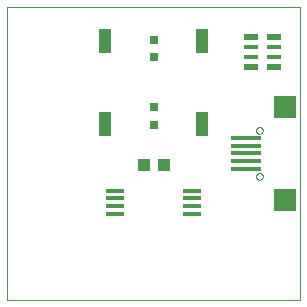
<source format=gtp>
G75*
%MOIN*%
%OFA0B0*%
%FSLAX25Y25*%
%IPPOS*%
%LPD*%
%AMOC8*
5,1,8,0,0,1.08239X$1,22.5*
%
%ADD10C,0.00000*%
%ADD11R,0.04331X0.03937*%
%ADD12R,0.05906X0.01181*%
%ADD13R,0.03150X0.03150*%
%ADD14R,0.04528X0.01732*%
%ADD15R,0.04528X0.02480*%
%ADD16R,0.03937X0.07874*%
%ADD17R,0.09843X0.01575*%
%ADD18R,0.07480X0.07480*%
D10*
X0001600Y0001600D02*
X0001600Y0099100D01*
X0099100Y0099100D01*
X0099100Y0001600D01*
X0001600Y0001600D01*
X0084552Y0042673D02*
X0084554Y0042738D01*
X0084560Y0042804D01*
X0084570Y0042868D01*
X0084583Y0042932D01*
X0084601Y0042995D01*
X0084622Y0043057D01*
X0084647Y0043117D01*
X0084676Y0043176D01*
X0084708Y0043233D01*
X0084744Y0043288D01*
X0084782Y0043341D01*
X0084824Y0043391D01*
X0084869Y0043439D01*
X0084917Y0043484D01*
X0084967Y0043526D01*
X0085020Y0043564D01*
X0085075Y0043600D01*
X0085132Y0043632D01*
X0085191Y0043661D01*
X0085251Y0043686D01*
X0085313Y0043707D01*
X0085376Y0043725D01*
X0085440Y0043738D01*
X0085504Y0043748D01*
X0085570Y0043754D01*
X0085635Y0043756D01*
X0085700Y0043754D01*
X0085766Y0043748D01*
X0085830Y0043738D01*
X0085894Y0043725D01*
X0085957Y0043707D01*
X0086019Y0043686D01*
X0086079Y0043661D01*
X0086138Y0043632D01*
X0086195Y0043600D01*
X0086250Y0043564D01*
X0086303Y0043526D01*
X0086353Y0043484D01*
X0086401Y0043439D01*
X0086446Y0043391D01*
X0086488Y0043341D01*
X0086526Y0043288D01*
X0086562Y0043233D01*
X0086594Y0043176D01*
X0086623Y0043117D01*
X0086648Y0043057D01*
X0086669Y0042995D01*
X0086687Y0042932D01*
X0086700Y0042868D01*
X0086710Y0042804D01*
X0086716Y0042738D01*
X0086718Y0042673D01*
X0086716Y0042608D01*
X0086710Y0042542D01*
X0086700Y0042478D01*
X0086687Y0042414D01*
X0086669Y0042351D01*
X0086648Y0042289D01*
X0086623Y0042229D01*
X0086594Y0042170D01*
X0086562Y0042113D01*
X0086526Y0042058D01*
X0086488Y0042005D01*
X0086446Y0041955D01*
X0086401Y0041907D01*
X0086353Y0041862D01*
X0086303Y0041820D01*
X0086250Y0041782D01*
X0086195Y0041746D01*
X0086138Y0041714D01*
X0086079Y0041685D01*
X0086019Y0041660D01*
X0085957Y0041639D01*
X0085894Y0041621D01*
X0085830Y0041608D01*
X0085766Y0041598D01*
X0085700Y0041592D01*
X0085635Y0041590D01*
X0085570Y0041592D01*
X0085504Y0041598D01*
X0085440Y0041608D01*
X0085376Y0041621D01*
X0085313Y0041639D01*
X0085251Y0041660D01*
X0085191Y0041685D01*
X0085132Y0041714D01*
X0085075Y0041746D01*
X0085020Y0041782D01*
X0084967Y0041820D01*
X0084917Y0041862D01*
X0084869Y0041907D01*
X0084824Y0041955D01*
X0084782Y0042005D01*
X0084744Y0042058D01*
X0084708Y0042113D01*
X0084676Y0042170D01*
X0084647Y0042229D01*
X0084622Y0042289D01*
X0084601Y0042351D01*
X0084583Y0042414D01*
X0084570Y0042478D01*
X0084560Y0042542D01*
X0084554Y0042608D01*
X0084552Y0042673D01*
X0084552Y0058027D02*
X0084554Y0058092D01*
X0084560Y0058158D01*
X0084570Y0058222D01*
X0084583Y0058286D01*
X0084601Y0058349D01*
X0084622Y0058411D01*
X0084647Y0058471D01*
X0084676Y0058530D01*
X0084708Y0058587D01*
X0084744Y0058642D01*
X0084782Y0058695D01*
X0084824Y0058745D01*
X0084869Y0058793D01*
X0084917Y0058838D01*
X0084967Y0058880D01*
X0085020Y0058918D01*
X0085075Y0058954D01*
X0085132Y0058986D01*
X0085191Y0059015D01*
X0085251Y0059040D01*
X0085313Y0059061D01*
X0085376Y0059079D01*
X0085440Y0059092D01*
X0085504Y0059102D01*
X0085570Y0059108D01*
X0085635Y0059110D01*
X0085700Y0059108D01*
X0085766Y0059102D01*
X0085830Y0059092D01*
X0085894Y0059079D01*
X0085957Y0059061D01*
X0086019Y0059040D01*
X0086079Y0059015D01*
X0086138Y0058986D01*
X0086195Y0058954D01*
X0086250Y0058918D01*
X0086303Y0058880D01*
X0086353Y0058838D01*
X0086401Y0058793D01*
X0086446Y0058745D01*
X0086488Y0058695D01*
X0086526Y0058642D01*
X0086562Y0058587D01*
X0086594Y0058530D01*
X0086623Y0058471D01*
X0086648Y0058411D01*
X0086669Y0058349D01*
X0086687Y0058286D01*
X0086700Y0058222D01*
X0086710Y0058158D01*
X0086716Y0058092D01*
X0086718Y0058027D01*
X0086716Y0057962D01*
X0086710Y0057896D01*
X0086700Y0057832D01*
X0086687Y0057768D01*
X0086669Y0057705D01*
X0086648Y0057643D01*
X0086623Y0057583D01*
X0086594Y0057524D01*
X0086562Y0057467D01*
X0086526Y0057412D01*
X0086488Y0057359D01*
X0086446Y0057309D01*
X0086401Y0057261D01*
X0086353Y0057216D01*
X0086303Y0057174D01*
X0086250Y0057136D01*
X0086195Y0057100D01*
X0086138Y0057068D01*
X0086079Y0057039D01*
X0086019Y0057014D01*
X0085957Y0056993D01*
X0085894Y0056975D01*
X0085830Y0056962D01*
X0085766Y0056952D01*
X0085700Y0056946D01*
X0085635Y0056944D01*
X0085570Y0056946D01*
X0085504Y0056952D01*
X0085440Y0056962D01*
X0085376Y0056975D01*
X0085313Y0056993D01*
X0085251Y0057014D01*
X0085191Y0057039D01*
X0085132Y0057068D01*
X0085075Y0057100D01*
X0085020Y0057136D01*
X0084967Y0057174D01*
X0084917Y0057216D01*
X0084869Y0057261D01*
X0084824Y0057309D01*
X0084782Y0057359D01*
X0084744Y0057412D01*
X0084708Y0057467D01*
X0084676Y0057524D01*
X0084647Y0057583D01*
X0084622Y0057643D01*
X0084601Y0057705D01*
X0084583Y0057768D01*
X0084570Y0057832D01*
X0084560Y0057896D01*
X0084554Y0057962D01*
X0084552Y0058027D01*
D11*
X0053696Y0046600D03*
X0047004Y0046600D03*
D12*
X0037555Y0037939D03*
X0037555Y0035380D03*
X0037555Y0032820D03*
X0037555Y0030261D03*
X0063145Y0030261D03*
X0063145Y0032820D03*
X0063145Y0035380D03*
X0063145Y0037939D03*
D13*
X0050350Y0059897D03*
X0050350Y0065803D03*
X0050350Y0082397D03*
X0050350Y0088303D03*
D14*
X0082761Y0085675D03*
X0082761Y0082525D03*
X0090439Y0082525D03*
X0090439Y0085675D03*
D15*
X0090439Y0089198D03*
X0082761Y0089198D03*
X0082761Y0079002D03*
X0090439Y0079002D03*
D16*
X0066600Y0087880D03*
X0066600Y0060320D03*
X0034100Y0060320D03*
X0034100Y0087880D03*
D17*
X0081305Y0055468D03*
X0081305Y0052909D03*
X0081305Y0050350D03*
X0081305Y0047791D03*
X0081305Y0045232D03*
D18*
X0094100Y0034799D03*
X0094100Y0065901D03*
M02*

</source>
